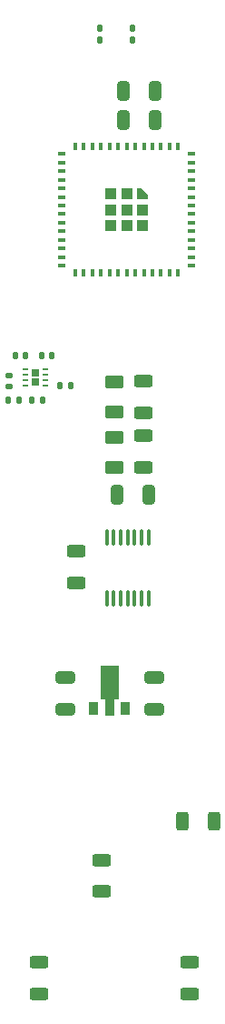
<source format=gbr>
%TF.GenerationSoftware,KiCad,Pcbnew,7.0.2-0*%
%TF.CreationDate,2023-05-31T17:16:31-07:00*%
%TF.ProjectId,camera-clicker,63616d65-7261-42d6-936c-69636b65722e,rev?*%
%TF.SameCoordinates,Original*%
%TF.FileFunction,Paste,Top*%
%TF.FilePolarity,Positive*%
%FSLAX46Y46*%
G04 Gerber Fmt 4.6, Leading zero omitted, Abs format (unit mm)*
G04 Created by KiCad (PCBNEW 7.0.2-0) date 2023-05-31 17:16:31*
%MOMM*%
%LPD*%
G01*
G04 APERTURE LIST*
G04 Aperture macros list*
%AMRoundRect*
0 Rectangle with rounded corners*
0 $1 Rounding radius*
0 $2 $3 $4 $5 $6 $7 $8 $9 X,Y pos of 4 corners*
0 Add a 4 corners polygon primitive as box body*
4,1,4,$2,$3,$4,$5,$6,$7,$8,$9,$2,$3,0*
0 Add four circle primitives for the rounded corners*
1,1,$1+$1,$2,$3*
1,1,$1+$1,$4,$5*
1,1,$1+$1,$6,$7*
1,1,$1+$1,$8,$9*
0 Add four rect primitives between the rounded corners*
20,1,$1+$1,$2,$3,$4,$5,0*
20,1,$1+$1,$4,$5,$6,$7,0*
20,1,$1+$1,$6,$7,$8,$9,0*
20,1,$1+$1,$8,$9,$2,$3,0*%
%AMFreePoly0*
4,1,6,0.500000,-0.100000,0.500000,-0.500000,-0.500000,-0.500000,-0.500000,0.500000,-0.100000,0.500000,0.500000,-0.100000,0.500000,-0.100000,$1*%
%AMFreePoly1*
4,1,9,3.862500,-0.866500,0.737500,-0.866500,0.737500,-0.450000,-0.737500,-0.450000,-0.737500,0.450000,0.737500,0.450000,0.737500,0.866500,3.862500,0.866500,3.862500,-0.866500,3.862500,-0.866500,$1*%
G04 Aperture macros list end*
%ADD10RoundRect,0.250000X-0.625000X0.375000X-0.625000X-0.375000X0.625000X-0.375000X0.625000X0.375000X0*%
%ADD11R,0.400000X0.800000*%
%ADD12R,0.800000X0.400000*%
%ADD13FreePoly0,0.000000*%
%ADD14R,1.000000X1.000000*%
%ADD15R,0.750000X0.650000*%
%ADD16R,0.500000X0.250000*%
%ADD17RoundRect,0.250000X0.625000X-0.312500X0.625000X0.312500X-0.625000X0.312500X-0.625000X-0.312500X0*%
%ADD18RoundRect,0.140000X-0.140000X-0.170000X0.140000X-0.170000X0.140000X0.170000X-0.140000X0.170000X0*%
%ADD19RoundRect,0.137500X-0.137500X-0.212500X0.137500X-0.212500X0.137500X0.212500X-0.137500X0.212500X0*%
%ADD20R,0.900000X1.300000*%
%ADD21FreePoly1,90.000000*%
%ADD22RoundRect,0.250000X-0.312500X-0.625000X0.312500X-0.625000X0.312500X0.625000X-0.312500X0.625000X0*%
%ADD23RoundRect,0.250000X0.325000X0.650000X-0.325000X0.650000X-0.325000X-0.650000X0.325000X-0.650000X0*%
%ADD24RoundRect,0.135000X-0.135000X-0.185000X0.135000X-0.185000X0.135000X0.185000X-0.135000X0.185000X0*%
%ADD25RoundRect,0.250000X0.650000X-0.325000X0.650000X0.325000X-0.650000X0.325000X-0.650000X-0.325000X0*%
%ADD26RoundRect,0.135000X-0.185000X0.135000X-0.185000X-0.135000X0.185000X-0.135000X0.185000X0.135000X0*%
%ADD27RoundRect,0.140000X0.140000X0.170000X-0.140000X0.170000X-0.140000X-0.170000X0.140000X-0.170000X0*%
%ADD28RoundRect,0.100000X-0.100000X0.637500X-0.100000X-0.637500X0.100000X-0.637500X0.100000X0.637500X0*%
%ADD29RoundRect,0.250000X-0.625000X0.312500X-0.625000X-0.312500X0.625000X-0.312500X0.625000X0.312500X0*%
%ADD30RoundRect,0.250000X-0.650000X0.325000X-0.650000X-0.325000X0.650000X-0.325000X0.650000X0.325000X0*%
G04 APERTURE END LIST*
D10*
%TO.C,D1*%
X143970000Y-94900000D03*
X143970000Y-97700000D03*
%TD*%
D11*
%TO.C,U2*%
X149900000Y-67800000D03*
X149100000Y-67800000D03*
X148300000Y-67800000D03*
X147500000Y-67800000D03*
X146700000Y-67800000D03*
X145900000Y-67800000D03*
X145100000Y-67800000D03*
X144300000Y-67800000D03*
X143500000Y-67800000D03*
X142700000Y-67800000D03*
X141900000Y-67800000D03*
X141100000Y-67800000D03*
X140300000Y-67800000D03*
D12*
X139050000Y-68500000D03*
X139050000Y-69300000D03*
X139050000Y-70100000D03*
X139050000Y-70900000D03*
X139050000Y-71700000D03*
X139050000Y-72500000D03*
X139050000Y-73300000D03*
X139050000Y-74100000D03*
X139050000Y-74900000D03*
X139050000Y-75700000D03*
X139050000Y-76500000D03*
X139050000Y-77300000D03*
X139050000Y-78100000D03*
X139050000Y-78900000D03*
D11*
X140300000Y-79600000D03*
X141100000Y-79600000D03*
X141900000Y-79600000D03*
X142700000Y-79600000D03*
X143500000Y-79600000D03*
X144300000Y-79600000D03*
X145100000Y-79600000D03*
X145900000Y-79600000D03*
X146700000Y-79600000D03*
X147500000Y-79600000D03*
X148300000Y-79600000D03*
X149100000Y-79600000D03*
X149900000Y-79600000D03*
D12*
X151150000Y-78900000D03*
X151150000Y-78100000D03*
X151150000Y-77300000D03*
X151150000Y-76500000D03*
X151150000Y-75700000D03*
X151150000Y-74900000D03*
X151150000Y-74100000D03*
X151150000Y-73300000D03*
X151150000Y-72500000D03*
X151150000Y-71700000D03*
X151150000Y-70900000D03*
X151150000Y-70100000D03*
X151150000Y-69300000D03*
X151150000Y-68500000D03*
D13*
X146600000Y-72200000D03*
D14*
X145100000Y-72200000D03*
X143600000Y-72200000D03*
X146600000Y-73700000D03*
X145100000Y-73700000D03*
X143600000Y-73700000D03*
X146600000Y-75200000D03*
X145100000Y-75200000D03*
X143600000Y-75200000D03*
%TD*%
D15*
%TO.C,U1*%
X136560000Y-88900000D03*
X136560000Y-89700000D03*
D16*
X135610000Y-88550000D03*
X135610000Y-89050000D03*
X135610000Y-89550000D03*
X135610000Y-90050000D03*
X137510000Y-90050000D03*
X137510000Y-89550000D03*
X137510000Y-89050000D03*
X137510000Y-88550000D03*
%TD*%
D17*
%TO.C,R9*%
X140400000Y-105475000D03*
X140400000Y-108400000D03*
%TD*%
%TO.C,R7*%
X151000000Y-143737500D03*
X151000000Y-146662500D03*
%TD*%
D18*
%TO.C,C1*%
X135640000Y-87300000D03*
X134680000Y-87300000D03*
%TD*%
D19*
%TO.C,SW4*%
X142565000Y-56750000D03*
X142565000Y-57850000D03*
X145615000Y-56750000D03*
X145615000Y-57850000D03*
%TD*%
D10*
%TO.C,D2*%
X143970000Y-92500000D03*
X143970000Y-89700000D03*
%TD*%
D20*
%TO.C,U4*%
X142000000Y-120150000D03*
D21*
X143500000Y-120062500D03*
D20*
X145000000Y-120150000D03*
%TD*%
D22*
%TO.C,R10*%
X150337500Y-130600000D03*
X153262500Y-130600000D03*
%TD*%
D23*
%TO.C,C5*%
X147125000Y-100200000D03*
X144175000Y-100200000D03*
%TD*%
D24*
%TO.C,R6*%
X136260000Y-91400000D03*
X137280000Y-91400000D03*
%TD*%
D23*
%TO.C,C6*%
X147775000Y-62600000D03*
X144825000Y-62600000D03*
%TD*%
D25*
%TO.C,C4*%
X147650000Y-120225000D03*
X147650000Y-117275000D03*
%TD*%
D17*
%TO.C,R3*%
X146670000Y-97662500D03*
X146670000Y-94737500D03*
%TD*%
D24*
%TO.C,R5*%
X135070000Y-91400000D03*
X134050000Y-91400000D03*
%TD*%
D26*
%TO.C,R2*%
X134160000Y-90120000D03*
X134160000Y-89100000D03*
%TD*%
D23*
%TO.C,C7*%
X147775000Y-65300000D03*
X144825000Y-65300000D03*
%TD*%
D27*
%TO.C,C2*%
X138130000Y-87300000D03*
X137170000Y-87300000D03*
%TD*%
D28*
%TO.C,U3*%
X147150000Y-109900000D03*
X146500000Y-109900000D03*
X145850000Y-109900000D03*
X145200000Y-109900000D03*
X144550000Y-109900000D03*
X143900000Y-109900000D03*
X143250000Y-109900000D03*
X143250000Y-104175000D03*
X143900000Y-104175000D03*
X144550000Y-104175000D03*
X145200000Y-104175000D03*
X145850000Y-104175000D03*
X146500000Y-104175000D03*
X147150000Y-104175000D03*
%TD*%
D29*
%TO.C,R8*%
X136900000Y-146662500D03*
X136900000Y-143737500D03*
%TD*%
%TO.C,R11*%
X142800000Y-134237500D03*
X142800000Y-137162500D03*
%TD*%
D24*
%TO.C,R1*%
X138850000Y-90100000D03*
X139870000Y-90100000D03*
%TD*%
D30*
%TO.C,C3*%
X139350000Y-117275000D03*
X139350000Y-120225000D03*
%TD*%
D17*
%TO.C,R4*%
X146670000Y-92562500D03*
X146670000Y-89637500D03*
%TD*%
M02*

</source>
